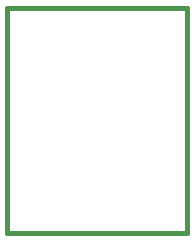
<source format=gbr>
G04 #@! TF.GenerationSoftware,KiCad,Pcbnew,5.1.6-c6e7f7d~87~ubuntu19.10.1*
G04 #@! TF.CreationDate,2022-03-31T19:50:40+06:00*
G04 #@! TF.ProjectId,potentiometer_board_20_1x17_r1a,706f7465-6e74-4696-9f6d-657465725f62,1A*
G04 #@! TF.SameCoordinates,Original*
G04 #@! TF.FileFunction,Profile,NP*
%FSLAX46Y46*%
G04 Gerber Fmt 4.6, Leading zero omitted, Abs format (unit mm)*
G04 Created by KiCad (PCBNEW 5.1.6-c6e7f7d~87~ubuntu19.10.1) date 2022-03-31 19:50:40*
%MOMM*%
%LPD*%
G01*
G04 APERTURE LIST*
G04 #@! TA.AperFunction,Profile*
%ADD10C,0.400000*%
G04 #@! TD*
G04 APERTURE END LIST*
D10*
X113030000Y-139065000D02*
X113030000Y-158115000D01*
X97790000Y-139065000D02*
X97790000Y-158115000D01*
X97790000Y-158115000D02*
X113030000Y-158115000D01*
X97790000Y-139065000D02*
X113030000Y-139065000D01*
M02*

</source>
